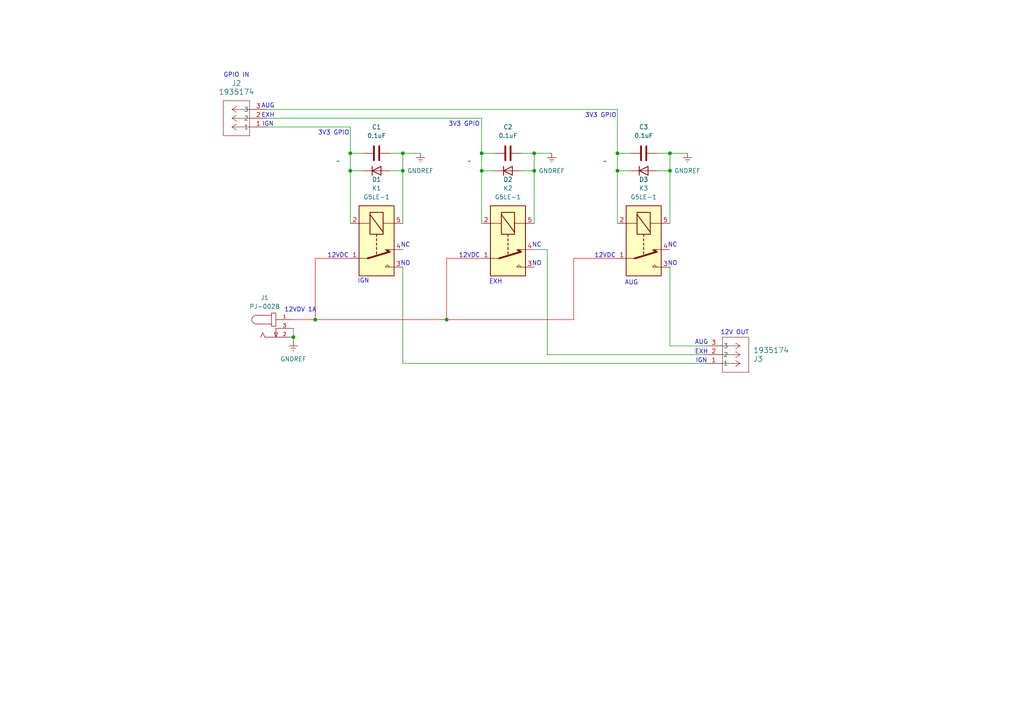
<source format=kicad_sch>
(kicad_sch (version 20231120) (generator "eeschema") (generator_version "8.0")
  (paper "A4")
  (lib_symbols
    (symbol "2024-10-28_15-39-25:1935174" (pin_names (offset 0.254))
      (property "Reference" "J" (at 8.89 6.35 0))
      (property "Value" "1935174" (at 0 0 0))
      (symbol "1935174_1_1"
        (polyline (pts (xy 5.08 -7.62) (xy 12.7 -7.62)) (stroke (width 0.127)))
        (polyline (pts (xy 5.08 2.54) (xy 5.08 -7.62)) (stroke (width 0.127)))
        (polyline (pts (xy 10.16 -5.08) (xy 5.08 -5.08)) (stroke (width 0.127)))
        (polyline (pts (xy 10.16 -5.08) (xy 8.89 -5.9267)) (stroke (width 0.127)))
        (polyline (pts (xy 10.16 -5.08) (xy 8.89 -4.2333)) (stroke (width 0.127)))
        (polyline (pts (xy 10.16 -2.54) (xy 5.08 -2.54)) (stroke (width 0.127)))
        (polyline (pts (xy 10.16 -2.54) (xy 8.89 -3.3867)) (stroke (width 0.127)))
        (polyline (pts (xy 10.16 -2.54) (xy 8.89 -1.6933)) (stroke (width 0.127)))
        (polyline (pts (xy 10.16 0) (xy 5.08 0)) (stroke (width 0.127)))
        (polyline (pts (xy 10.16 0) (xy 8.89 -0.8467)) (stroke (width 0.127)))
        (polyline (pts (xy 10.16 0) (xy 8.89 0.8467)) (stroke (width 0.127)))
        (polyline (pts (xy 12.7 -7.62) (xy 12.7 2.54)) (stroke (width 0.127)))
        (polyline (pts (xy 12.7 2.54) (xy 5.08 2.54)) (stroke (width 0.127)))
        (pin unspecified line (at 0 0 0) (length 5.08) (name "1") (number "1"))
        (pin unspecified line (at 0 -2.54 0) (length 5.08) (name "2") (number "2"))
        (pin unspecified line (at 0 -5.08 0) (length 5.08) (name "3") (number "3"))
      )
      (symbol "1935174_1_2"
        (polyline (pts (xy 5.08 -7.62) (xy 12.7 -7.62)) (stroke (width 0.127)))
        (polyline (pts (xy 5.08 2.54) (xy 5.08 -7.62)) (stroke (width 0.127)))
        (polyline (pts (xy 7.62 -5.08) (xy 5.08 -5.08)) (stroke (width 0.127)))
        (polyline (pts (xy 7.62 -5.08) (xy 8.89 -5.9267)) (stroke (width 0.127)))
        (polyline (pts (xy 7.62 -5.08) (xy 8.89 -4.2333)) (stroke (width 0.127)))
        (polyline (pts (xy 7.62 -2.54) (xy 5.08 -2.54)) (stroke (width 0.127)))
        (polyline (pts (xy 7.62 -2.54) (xy 8.89 -3.3867)) (stroke (width 0.127)))
        (polyline (pts (xy 7.62 -2.54) (xy 8.89 -1.6933)) (stroke (width 0.127)))
        (polyline (pts (xy 7.62 0) (xy 5.08 0)) (stroke (width 0.127)))
        (polyline (pts (xy 7.62 0) (xy 8.89 -0.8467)) (stroke (width 0.127)))
        (polyline (pts (xy 7.62 0) (xy 8.89 0.8467)) (stroke (width 0.127)))
        (polyline (pts (xy 12.7 -7.62) (xy 12.7 2.54)) (stroke (width 0.127)))
        (polyline (pts (xy 12.7 2.54) (xy 5.08 2.54)) (stroke (width 0.127)))
        (pin unspecified line (at 0 0 0) (length 5.08) (name "1") (number "1"))
        (pin unspecified line (at 0 -2.54 0) (length 5.08) (name "2") (number "2"))
        (pin unspecified line (at 0 -5.08 0) (length 5.08) (name "3") (number "3"))
      )
    )
    (symbol "Device:C" (pin_numbers hide) (pin_names (offset 0.254))
      (property "Reference" "C" (at 0.635 2.54 0))
      (property "Value" "C" (at 0.635 -2.54 0))
      (symbol "C_0_1"
        (polyline (pts (xy -2.032 -0.762) (xy 2.032 -0.762)) (stroke (width 0.508)))
        (polyline (pts (xy -2.032 0.762) (xy 2.032 0.762)) (stroke (width 0.508)))
      )
      (symbol "C_1_1"
        (pin passive line (at 0 3.81 270) (length 2.794) (name "~") (number "1"))
        (pin passive line (at 0 -3.81 90) (length 2.794) (name "~") (number "2"))
      )
    )
    (symbol "Device:D" (pin_numbers hide) (pin_names (offset 1.016) hide)
      (property "Reference" "D" (at 0 2.54 0))
      (property "Value" "D" (at 0 -2.54 0))
      (symbol "D_0_1"
        (polyline (pts (xy -1.27 1.27) (xy -1.27 -1.27)) (stroke (width 0.254)))
        (polyline (pts (xy 1.27 0) (xy -1.27 0)))
        (polyline (pts (xy 1.27 1.27) (xy 1.27 -1.27) (xy -1.27 0) (xy 1.27 1.27)) (stroke (width 0.254)))
      )
      (symbol "D_1_1"
        (pin passive line (at -3.81 0 0) (length 2.54) (name "K") (number "1"))
        (pin passive line (at 3.81 0 180) (length 2.54) (name "A") (number "2"))
      )
    )
    (symbol "PJ-002B:PJ-002B" (pin_names (offset 1.016) hide)
      (property "Reference" "J" (at -7.6454 5.08 0))
      (property "Value" "PJ-002B" (at -7.62 -5.08 0))
      (symbol "PJ-002B_0_0"
        (arc (start -5.715 3.81) (mid -6.985 2.54) (end -5.715 1.27) (stroke (width 0.1524)))
        (polyline (pts (xy -5.715 3.81) (xy -1.27 3.81)) (stroke (width 0.1524)))
        (polyline (pts (xy -3.81 -1.27) (xy -4.445 -2.54)) (stroke (width 0.1524)))
        (polyline (pts (xy -3.175 -2.54) (xy -3.81 -1.27)) (stroke (width 0.1524)))
        (polyline (pts (xy -1.27 0.635) (xy 0 0.635)) (stroke (width 0.1524)))
        (polyline (pts (xy -1.27 1.27) (xy -5.715 1.27)) (stroke (width 0.1524)))
        (polyline (pts (xy -1.27 1.27) (xy -1.27 0.635)) (stroke (width 0.1524)))
        (polyline (pts (xy -1.27 3.81) (xy -1.27 1.27)) (stroke (width 0.1524)))
        (polyline (pts (xy -1.27 4.445) (xy -1.27 3.81)) (stroke (width 0.1524)))
        (polyline (pts (xy 0 -2.54) (xy -3.175 -2.54)) (stroke (width 0.1524)))
        (polyline (pts (xy 0 0) (xy 0 -2.54)) (stroke (width 0.1524)))
        (polyline (pts (xy 0 0.635) (xy 0 4.445)) (stroke (width 0.1524)))
        (polyline (pts (xy 0 4.445) (xy -1.27 4.445)) (stroke (width 0.1524)))
        (polyline (pts (xy 0 -2.54) (xy -0.508 -1.27) (xy 0.508 -1.27) (xy 0 -2.54)) (stroke (width 0.1524)) (fill (type background)))
        (pin passive line (at 5.08 2.54 180) (length 5.08) (name "~") (number "1"))
        (pin passive line (at 5.08 -2.54 180) (length 5.08) (name "~") (number "2"))
        (pin passive line (at 5.08 0 180) (length 5.08) (name "~") (number "3"))
      )
    )
    (symbol "Relay:G5LE-1"
      (property "Reference" "K" (at 11.43 3.81 0))
      (property "Value" "G5LE-1" (at 11.43 1.27 0))
      (symbol "G5LE-1_0_0"
        (polyline (pts (xy 7.62 5.08) (xy 7.62 2.54) (xy 6.985 3.175) (xy 7.62 3.81)))
      )
      (symbol "G5LE-1_0_1"
        (rectangle (start -10.16 5.08) (end 10.16 -5.08) (stroke (width 0.254)) (fill (type background)))
        (rectangle (start -8.255 1.905) (end -1.905 -1.905) (stroke (width 0.254)))
        (polyline (pts (xy -7.62 -1.905) (xy -2.54 1.905)) (stroke (width 0.254)))
        (polyline (pts (xy -5.08 -5.08) (xy -5.08 -1.905)))
        (polyline (pts (xy -5.08 5.08) (xy -5.08 1.905)))
        (polyline (pts (xy -1.905 0) (xy -1.27 0)) (stroke (width 0.254)))
        (polyline (pts (xy -0.635 0) (xy 0 0)) (stroke (width 0.254)))
        (polyline (pts (xy 0.635 0) (xy 1.27 0)) (stroke (width 0.254)))
        (polyline (pts (xy 1.905 0) (xy 2.54 0)) (stroke (width 0.254)))
        (polyline (pts (xy 3.175 0) (xy 3.81 0)) (stroke (width 0.254)))
        (polyline (pts (xy 5.08 -2.54) (xy 3.175 3.81)) (stroke (width 0.508)))
        (polyline (pts (xy 5.08 -2.54) (xy 5.08 -5.08)))
        (polyline (pts (xy 2.54 5.08) (xy 2.54 2.54) (xy 3.175 3.175) (xy 2.54 3.81)) (fill (type outline)))
      )
      (symbol "G5LE-1_1_1"
        (pin passive line (at 5.08 -7.62 90) (length 2.54) (name "~") (number "1"))
        (pin passive line (at -5.08 -7.62 90) (length 2.54) (name "~") (number "2"))
        (pin passive line (at 7.62 7.62 270) (length 2.54) (name "~") (number "3"))
        (pin passive line (at 2.54 7.62 270) (length 2.54) (name "~") (number "4"))
        (pin passive line (at -5.08 7.62 270) (length 2.54) (name "~") (number "5"))
      )
    )
    (symbol "power:GNDREF" (power) (pin_numbers hide) (pin_names (offset 0) hide)
      (property "Value" "GNDREF" (at 0 -3.81 0))
      (symbol "GNDREF_0_1"
        (polyline (pts (xy -0.635 -1.905) (xy 0.635 -1.905)))
        (polyline (pts (xy -0.127 -2.54) (xy 0.127 -2.54)))
        (polyline (pts (xy 0 -1.27) (xy 0 0)))
        (polyline (pts (xy 1.27 -1.27) (xy -1.27 -1.27)))
      )
      (symbol "GNDREF_1_1"
        (pin power_in line (at 0 0 270) (length 0) (name "~") (number "1"))
      )
    )
  )
  (junction (at 154.94 44.45))
  (junction (at 179.07 44.45))
  (junction (at 116.84 49.53))
  (junction (at 179.07 49.53))
  (junction (at 85.09 97.79))
  (junction (at 154.94 49.53))
  (junction (at 116.84 44.45))
  (junction (at 101.6 44.45))
  (junction (at 139.7 49.53))
  (junction (at 194.31 44.45))
  (junction (at 91.44 92.71))
  (junction (at 194.31 49.53))
  (junction (at 129.54 92.71))
  (junction (at 101.6 49.53))
  (junction (at 139.7 44.45))
  (wire (pts (xy 77.47 36.83) (xy 101.6 36.83)))
  (wire (pts (xy 154.94 72.39) (xy 158.75 72.39)))
  (wire (pts (xy 116.84 49.53) (xy 116.84 64.77)))
  (wire (pts (xy 179.07 44.45) (xy 179.07 31.75)))
  (wire (pts (xy 154.94 44.45) (xy 151.13 44.45)))
  (wire (pts (xy 194.31 44.45) (xy 194.31 49.53)))
  (wire (pts (xy 179.07 49.53) (xy 182.88 49.53)))
  (wire (pts (xy 101.6 44.45) (xy 101.6 49.53)))
  (wire (pts (xy 139.7 44.45) (xy 139.7 34.29)))
  (wire (pts (xy 116.84 44.45) (xy 116.84 49.53)))
  (wire (pts (xy 179.07 44.45) (xy 179.07 49.53)))
  (wire (pts (xy 151.13 49.53) (xy 154.94 49.53)))
  (wire (pts (xy 160.02 44.45) (xy 154.94 44.45)))
  (wire (pts (xy 85.09 99.06) (xy 85.09 97.79)))
  (wire (pts (xy 77.47 34.29) (xy 139.7 34.29)))
  (wire (pts (xy 139.7 44.45) (xy 139.7 49.53)))
  (wire (pts (xy 101.6 49.53) (xy 101.6 64.77)))
  (wire (pts (xy 101.6 44.45) (xy 101.6 36.83)))
  (wire (pts (xy 121.92 44.45) (xy 116.84 44.45)))
  (wire (pts (xy 85.09 92.71) (xy 91.44 92.71)) (stroke (width 0) (color 255 0 4 1)))
  (wire (pts (xy 116.84 44.45) (xy 113.03 44.45)))
  (wire (pts (xy 139.7 49.53) (xy 139.7 64.77)))
  (wire (pts (xy 129.54 74.93) (xy 129.54 92.71)) (stroke (width 0) (color 255 0 4 1)))
  (wire (pts (xy 158.75 102.87) (xy 204.47 102.87)))
  (wire (pts (xy 166.37 74.93) (xy 179.07 74.93)) (stroke (width 0) (color 255 0 4 1)))
  (wire (pts (xy 129.54 92.71) (xy 166.37 92.71)) (stroke (width 0) (color 255 0 4 1)))
  (wire (pts (xy 77.47 31.75) (xy 179.07 31.75)))
  (wire (pts (xy 194.31 44.45) (xy 190.5 44.45)))
  (wire (pts (xy 194.31 77.47) (xy 194.31 100.33)))
  (wire (pts (xy 179.07 49.53) (xy 179.07 64.77)))
  (wire (pts (xy 199.39 44.45) (xy 194.31 44.45)))
  (wire (pts (xy 182.88 44.45) (xy 179.07 44.45)))
  (wire (pts (xy 85.09 95.25) (xy 85.09 97.79)))
  (wire (pts (xy 194.31 49.53) (xy 194.31 64.77)))
  (wire (pts (xy 194.31 100.33) (xy 204.47 100.33)))
  (wire (pts (xy 113.03 49.53) (xy 116.84 49.53)))
  (wire (pts (xy 143.51 44.45) (xy 139.7 44.45)))
  (wire (pts (xy 116.84 105.41) (xy 204.47 105.41)))
  (wire (pts (xy 101.6 49.53) (xy 105.41 49.53)))
  (wire (pts (xy 129.54 74.93) (xy 139.7 74.93)) (stroke (width 0) (color 255 0 4 1)))
  (wire (pts (xy 91.44 74.93) (xy 101.6 74.93)) (stroke (width 0) (color 255 0 4 1)))
  (wire (pts (xy 91.44 92.71) (xy 129.54 92.71)) (stroke (width 0) (color 255 0 4 1)))
  (wire (pts (xy 154.94 49.53) (xy 154.94 64.77)))
  (wire (pts (xy 190.5 49.53) (xy 194.31 49.53)))
  (wire (pts (xy 139.7 49.53) (xy 143.51 49.53)))
  (wire (pts (xy 158.75 72.39) (xy 158.75 102.87)))
  (wire (pts (xy 91.44 92.71) (xy 91.44 74.93)) (stroke (width 0) (color 255 0 4 1)))
  (wire (pts (xy 116.84 77.47) (xy 116.84 105.41)))
  (wire (pts (xy 166.37 92.71) (xy 166.37 74.93)) (stroke (width 0) (color 255 0 4 1)))
  (wire (pts (xy 154.94 44.45) (xy 154.94 49.53)))
  (wire (pts (xy 105.41 44.45) (xy 101.6 44.45)))
  (text "3V3 GPIO" (at 134.62 36.068 0) (effects (font (size 1.27 1.27))))
  (text "AUG" (at 183.134 82.042 0) (effects (font (size 1.27 1.27))))
  (text "NC" (at 117.602 71.12 0) (effects (font (size 1.27 1.27))))
  (text "NO" (at 117.602 76.454 0) (effects (font (size 1.27 1.27))))
  (text "GPIO IN" (at 68.58 21.844 0) (effects (font (size 1.27 1.27))))
  (text "EXH" (at 77.724 33.528 0) (effects (font (size 1.27 1.27))))
  (text "12VDC" (at 175.514 74.168 0) (effects (font (size 1.27 1.27))))
  (text "NO" (at 155.702 76.454 0) (effects (font (size 1.27 1.27))))
  (text "IGN" (at 203.454 104.648 0) (effects (font (size 1.27 1.27))))
  (text "EXH" (at 203.454 102.108 0) (effects (font (size 1.27 1.27))))
  (text "12V OUT" (at 213.106 96.52 0) (effects (font (size 1.27 1.27))))
  (text "NC" (at 155.702 71.12 0) (effects (font (size 1.27 1.27))))
  (text "AUG" (at 77.724 30.734 0) (effects (font (size 1.27 1.27))))
  (text "IGN" (at 105.41 81.534 0) (effects (font (size 1.27 1.27))))
  (text "IGN" (at 77.724 36.068 0) (effects (font (size 1.27 1.27))))
  (text "3V3 GPIO" (at 174.244 33.528 0) (effects (font (size 1.27 1.27))))
  (text "12VDV 1A" (at 87.122 89.916 0) (effects (font (size 1.27 1.27))))
  (text "3V3 GPIO" (at 96.774 38.608 0) (effects (font (size 1.27 1.27))))
  (text "NC" (at 195.072 71.12 0) (effects (font (size 1.27 1.27))))
  (text "AUG" (at 203.454 99.314 0) (effects (font (size 1.27 1.27))))
  (text "EXH" (at 143.764 81.788 0) (effects (font (size 1.27 1.27))))
  (text "NO" (at 195.072 76.454 0) (effects (font (size 1.27 1.27))))
  (text "12VDC" (at 98.044 74.168 0) (effects (font (size 1.27 1.27))))
  (text "12VDC" (at 136.144 74.168 0) (effects (font (size 1.27 1.27))))
  (symbol (lib_id "Device:C") (at 186.69 44.45 90) (unit 1)
    (property "Reference" "C3" (at 186.69 36.83 90))
    (property "Value" "0.1uF" (at 186.69 39.37 90))
    (property "Description" "Unpolarized capacitor" (effects (hide yes)))
  )
  (symbol (lib_id "Device:D") (at 147.32 49.53 0) (unit 1)
    (property "Reference" "D2" (at 147.32 52.07 0))
    (property "Value" "~" (at 136.144 46.736 0))
    (property "Description" "Diode" (effects (hide yes)))
    (property "Sim.Device" "D" (effects (hide yes)))
    (property "Sim.Pins" "1=K 2=A" (effects (hide yes)))
  )
  (symbol (lib_id "power:GNDREF") (at 199.39 44.45 0) (unit 1)
    (property "Reference" "#PWR04" (effects (hide yes)))
    (property "Value" "GNDREF" (at 199.39 49.53 0))
    (property "Description" "Power symbol creates a global label with name \"GNDREF\" , reference supply ground" (effects (hide yes)))
  )
  (symbol (lib_id "2024-10-28_15-39-25:1935174") (at 77.47 36.83 180) (unit 1)
    (property "Reference" "J2" (at 68.58 24.13 0) (effects (font (size 1.524 1.524))))
    (property "Value" "1935174" (at 68.58 26.67 0) (effects (font (size 1.524 1.524))))
    (property "Footprint" "CONN_1935174_PXC" (effects (hide yes)))
    (property "Datasheet" "1935174" (effects (hide yes)))
  )
  (symbol (lib_id "2024-10-28_15-39-25:1935174") (at 204.47 105.41 0) (mirror x) (unit 1)
    (property "Reference" "J3" (at 218.44 104.1401 0) (effects (font (size 1.524 1.524)) (justify left)))
    (property "Value" "1935174" (at 218.44 101.6001 0) (effects (font (size 1.524 1.524)) (justify left)))
    (property "Footprint" "CONN_1935174_PXC" (effects (hide yes)))
    (property "Datasheet" "1935174" (effects (hide yes)))
  )
  (symbol (lib_id "Device:D") (at 186.69 49.53 0) (unit 1)
    (property "Reference" "D3" (at 186.69 52.07 0))
    (property "Value" "~" (at 175.514 46.736 0))
    (property "Description" "Diode" (effects (hide yes)))
    (property "Sim.Device" "D" (effects (hide yes)))
    (property "Sim.Pins" "1=K 2=A" (effects (hide yes)))
  )
  (symbol (lib_id "Device:C") (at 109.22 44.45 90) (unit 1)
    (property "Reference" "C1" (at 109.22 36.83 90))
    (property "Value" "0.1uF" (at 109.22 39.37 90))
    (property "Description" "Unpolarized capacitor" (effects (hide yes)))
  )
  (symbol (lib_id "Device:C") (at 147.32 44.45 90) (unit 1)
    (property "Reference" "C2" (at 147.32 36.83 90))
    (property "Value" "0.1uF" (at 147.32 39.37 90))
    (property "Description" "Unpolarized capacitor" (effects (hide yes)))
  )
  (symbol (lib_id "PJ-002B:PJ-002B") (at 80.01 95.25 0) (unit 1)
    (property "Reference" "J1" (at 76.7715 86.36 0))
    (property "Value" "PJ-002B" (at 76.7715 88.9 0))
    (property "Footprint" "CUI_PJ-002B" (effects (hide yes)))
    (property "MANUFACTURER" "CUI INC" (effects (hide yes)))
    (property "STANDARD" "Manufacturer recommendations" (effects (hide yes)))
  )
  (symbol (lib_id "power:GNDREF") (at 160.02 44.45 0) (unit 1)
    (property "Reference" "#PWR03" (effects (hide yes)))
    (property "Value" "GNDREF" (at 160.02 49.53 0))
    (property "Description" "Power symbol creates a global label with name \"GNDREF\" , reference supply ground" (effects (hide yes)))
  )
  (symbol (lib_id "Relay:G5LE-1") (at 186.69 69.85 270) (unit 1)
    (property "Reference" "K3" (at 186.69 54.61 90))
    (property "Value" "G5LE-1" (at 186.69 57.15 90))
    (property "Footprint" "Relay_THT:Relay_SPDT_Omron-G5LE-1" (effects (hide yes)))
    (property "Datasheet" "http://www.omron.com/ecb/products/pdf/en-g5le.pdf" (effects (hide yes)))
    (property "Description" "Omron G5LE relay, Miniature Single Pole, SPDT, 10A" (effects (hide yes)))
  )
  (symbol (lib_id "Device:D") (at 109.22 49.53 0) (unit 1)
    (property "Reference" "D1" (at 109.22 52.07 0))
    (property "Value" "~" (at 98.044 46.736 0))
    (property "Description" "Diode" (effects (hide yes)))
    (property "Sim.Device" "D" (effects (hide yes)))
    (property "Sim.Pins" "1=K 2=A" (effects (hide yes)))
  )
  (symbol (lib_id "power:GNDREF") (at 85.09 99.06 0) (unit 1)
    (property "Reference" "#PWR01" (effects (hide yes)))
    (property "Value" "GNDREF" (at 85.09 104.14 0))
    (property "Description" "Power symbol creates a global label with name \"GNDREF\" , reference supply ground" (effects (hide yes)))
  )
  (symbol (lib_id "Relay:G5LE-1") (at 109.22 69.85 270) (unit 1)
    (property "Reference" "K1" (at 109.22 54.61 90))
    (property "Value" "G5LE-1" (at 109.22 57.15 90))
    (property "Footprint" "Relay_THT:Relay_SPDT_Omron-G5LE-1" (effects (hide yes)))
    (property "Datasheet" "http://www.omron.com/ecb/products/pdf/en-g5le.pdf" (effects (hide yes)))
    (property "Description" "Omron G5LE relay, Miniature Single Pole, SPDT, 10A" (effects (hide yes)))
  )
  (symbol (lib_id "power:GNDREF") (at 121.92 44.45 0) (unit 1)
    (property "Reference" "#PWR02" (effects (hide yes)))
    (property "Value" "GNDREF" (at 121.92 49.53 0))
    (property "Description" "Power symbol creates a global label with name \"GNDREF\" , reference supply ground" (effects (hide yes)))
  )
  (symbol (lib_id "Relay:G5LE-1") (at 147.32 69.85 270) (unit 1)
    (property "Reference" "K2" (at 147.32 54.61 90))
    (property "Value" "G5LE-1" (at 147.32 57.15 90))
    (property "Footprint" "Relay_THT:Relay_SPDT_Omron-G5LE-1" (effects (hide yes)))
    (property "Datasheet" "http://www.omron.com/ecb/products/pdf/en-g5le.pdf" (effects (hide yes)))
    (property "Description" "Omron G5LE relay, Miniature Single Pole, SPDT, 10A" (effects (hide yes)))
  )
)
</source>
